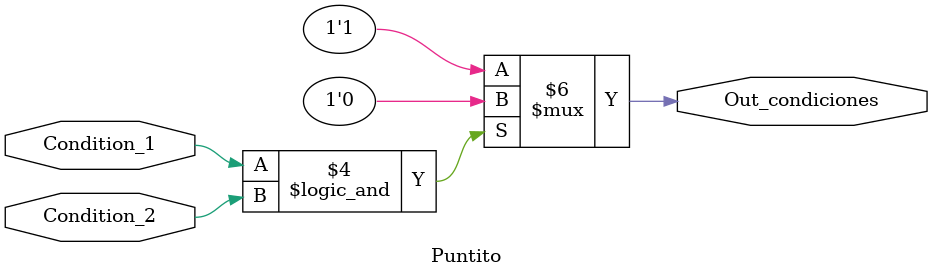
<source format=sv>
`timescale 1ns / 1ps


module Puntito(
    input logic Condition_1,
    input logic Condition_2,
    output logic Out_condiciones
    );
    
    always_comb begin
        if (Condition_1 == 1 && Condition_2 == 1) begin
            Out_condiciones = 0;
        end
        else begin
            Out_condiciones = 1;
        end
    end
     
endmodule

</source>
